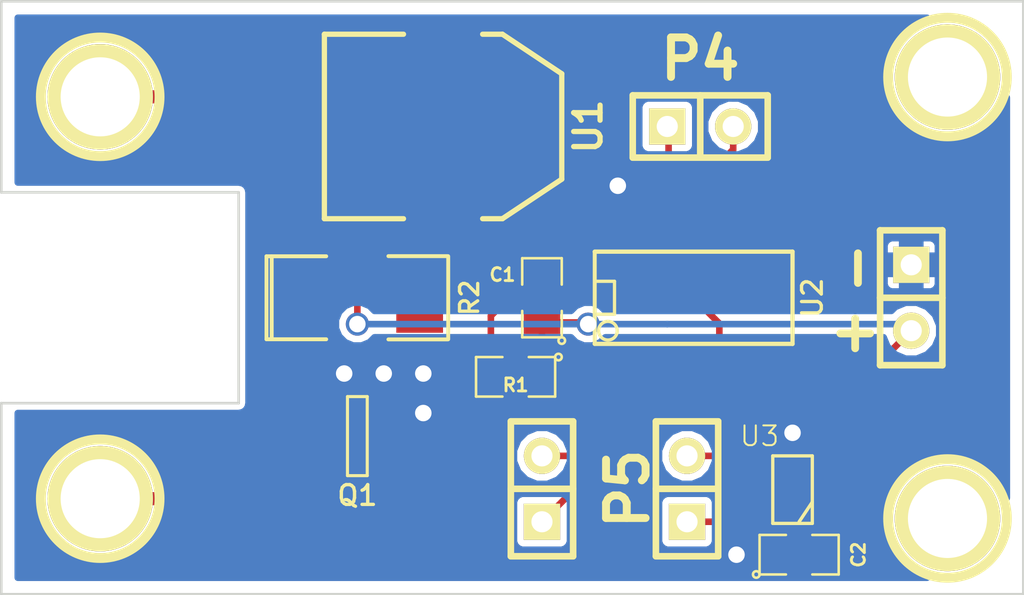
<source format=kicad_pcb>
(kicad_pcb (version 3) (host pcbnew "(2013-06-11 BZR 4021)-stable")

  (general
    (links 25)
    (no_connects 0)
    (area 151.587999 157.321956 191.058001 182.7784)
    (thickness 1.6)
    (drawings 10)
    (tracks 77)
    (zones 0)
    (modules 16)
    (nets 14)
  )

  (page A3)
  (layers
    (15 F.Cu signal)
    (0 B.Cu signal)
    (16 B.Adhes user)
    (17 F.Adhes user)
    (18 B.Paste user)
    (19 F.Paste user)
    (20 B.SilkS user)
    (21 F.SilkS user)
    (22 B.Mask user)
    (23 F.Mask user)
    (24 Dwgs.User user)
    (25 Cmts.User user)
    (26 Eco1.User user)
    (27 Eco2.User user)
    (28 Edge.Cuts user)
  )

  (setup
    (last_trace_width 0.254)
    (trace_clearance 0.254)
    (zone_clearance 0.2032)
    (zone_45_only no)
    (trace_min 0.254)
    (segment_width 0.2)
    (edge_width 0.1)
    (via_size 0.889)
    (via_drill 0.635)
    (via_min_size 0.889)
    (via_min_drill 0.508)
    (uvia_size 0.508)
    (uvia_drill 0.127)
    (uvias_allowed no)
    (uvia_min_size 0.508)
    (uvia_min_drill 0.127)
    (pcb_text_width 0.3)
    (pcb_text_size 1.5 1.5)
    (mod_edge_width 0.15)
    (mod_text_size 1 1)
    (mod_text_width 0.15)
    (pad_size 4.064 4.064)
    (pad_drill 3.048)
    (pad_to_mask_clearance 0)
    (aux_axis_origin 0 0)
    (visible_elements FFFFFFBF)
    (pcbplotparams
      (layerselection 283148289)
      (usegerberextensions true)
      (excludeedgelayer true)
      (linewidth 0.150000)
      (plotframeref false)
      (viasonmask false)
      (mode 1)
      (useauxorigin false)
      (hpglpennumber 1)
      (hpglpenspeed 20)
      (hpglpendiameter 15)
      (hpglpenoverlay 2)
      (psnegative false)
      (psa4output false)
      (plotreference true)
      (plotvalue true)
      (plotothertext true)
      (plotinvisibletext false)
      (padsonsilk false)
      (subtractmaskfromsilk false)
      (outputformat 1)
      (mirror false)
      (drillshape 0)
      (scaleselection 1)
      (outputdirectory Gerbers/))
  )

  (net 0 "")
  (net 1 +BATT)
  (net 2 /DATA_IN)
  (net 3 /MOS_TRIG)
  (net 4 /NI_-)
  (net 5 /NI_Out)
  (net 6 /Ni_+)
  (net 7 GND)
  (net 8 N-000001)
  (net 9 N-000002)
  (net 10 N-000003)
  (net 11 N-000005)
  (net 12 N-000006)
  (net 13 N-000007)

  (net_class Default "This is the default net class."
    (clearance 0.254)
    (trace_width 0.254)
    (via_dia 0.889)
    (via_drill 0.635)
    (uvia_dia 0.508)
    (uvia_drill 0.127)
    (add_net "")
    (add_net +BATT)
    (add_net /DATA_IN)
    (add_net /MOS_TRIG)
    (add_net GND)
    (add_net N-000001)
    (add_net N-000002)
    (add_net N-000003)
    (add_net N-000005)
    (add_net N-000006)
    (add_net N-000007)
  )

  (net_class NichromePower ""
    (clearance 0.254)
    (trace_width 0.508)
    (via_dia 0.889)
    (via_drill 0.635)
    (uvia_dia 0.508)
    (uvia_drill 0.127)
    (add_net /NI_-)
    (add_net /NI_Out)
    (add_net /Ni_+)
  )

  (module SSOP20 (layer F.Cu) (tedit 530476DC) (tstamp 53046B4C)
    (at 178.308 169.926)
    (descr "SSOP 20 pins")
    (tags "CMS SSOP SMD")
    (path /5301C291)
    (attr smd)
    (fp_text reference U2 (at 4.572 0 90) (layer F.SilkS)
      (effects (font (size 0.762 0.762) (thickness 0.127)))
    )
    (fp_text value MSP430G2553-20 (at 0 0.635) (layer F.SilkS) hide
      (effects (font (size 0.762 0.762) (thickness 0.127)))
    )
    (fp_line (start 3.81 -1.778) (end -3.81 -1.778) (layer F.SilkS) (width 0.1651))
    (fp_line (start -3.81 1.778) (end 3.81 1.778) (layer F.SilkS) (width 0.1651))
    (fp_line (start 3.81 -1.778) (end 3.81 1.778) (layer F.SilkS) (width 0.1651))
    (fp_line (start -3.81 1.778) (end -3.81 -1.778) (layer F.SilkS) (width 0.1524))
    (fp_circle (center -3.302 1.27) (end -3.556 1.016) (layer F.SilkS) (width 0.127))
    (fp_line (start -3.81 -0.635) (end -3.048 -0.635) (layer F.SilkS) (width 0.127))
    (fp_line (start -3.048 -0.635) (end -3.048 0.635) (layer F.SilkS) (width 0.127))
    (fp_line (start -3.048 0.635) (end -3.81 0.635) (layer F.SilkS) (width 0.127))
    (pad 1 smd rect (at -2.921 2.667) (size 0.4064 1.27)
      (layers F.Cu F.Paste F.Mask)
      (net 1 +BATT)
    )
    (pad 2 smd rect (at -2.286 2.667) (size 0.4064 1.27)
      (layers F.Cu F.Paste F.Mask)
    )
    (pad 3 smd rect (at -1.6256 2.667) (size 0.4064 1.27)
      (layers F.Cu F.Paste F.Mask)
      (net 11 N-000005)
    )
    (pad 4 smd rect (at -0.9652 2.667) (size 0.4064 1.27)
      (layers F.Cu F.Paste F.Mask)
      (net 12 N-000006)
    )
    (pad 5 smd rect (at -0.3302 2.667) (size 0.4064 1.27)
      (layers F.Cu F.Paste F.Mask)
    )
    (pad 6 smd rect (at 0.3302 2.667) (size 0.4064 1.27)
      (layers F.Cu F.Paste F.Mask)
    )
    (pad 7 smd rect (at 0.9906 2.667) (size 0.4064 1.27)
      (layers F.Cu F.Paste F.Mask)
      (net 3 /MOS_TRIG)
    )
    (pad 8 smd rect (at 1.6256 2.667) (size 0.4064 1.27)
      (layers F.Cu F.Paste F.Mask)
    )
    (pad 9 smd rect (at 2.286 2.667) (size 0.4064 1.27)
      (layers F.Cu F.Paste F.Mask)
    )
    (pad 10 smd rect (at 2.921 2.667) (size 0.4064 1.27)
      (layers F.Cu F.Paste F.Mask)
      (net 2 /DATA_IN)
    )
    (pad 11 smd rect (at 2.921 -2.667) (size 0.4064 1.27)
      (layers F.Cu F.Paste F.Mask)
    )
    (pad 12 smd rect (at 2.286 -2.667) (size 0.4064 1.27)
      (layers F.Cu F.Paste F.Mask)
    )
    (pad 13 smd rect (at 1.6256 -2.667) (size 0.4064 1.27)
      (layers F.Cu F.Paste F.Mask)
    )
    (pad 14 smd rect (at 0.9906 -2.667) (size 0.4064 1.27)
      (layers F.Cu F.Paste F.Mask)
    )
    (pad 15 smd rect (at 0.3302 -2.667) (size 0.4064 1.27)
      (layers F.Cu F.Paste F.Mask)
    )
    (pad 16 smd rect (at -0.3302 -2.667) (size 0.4064 1.27)
      (layers F.Cu F.Paste F.Mask)
      (net 8 N-000001)
    )
    (pad 17 smd rect (at -0.9652 -2.667) (size 0.4064 1.27)
      (layers F.Cu F.Paste F.Mask)
      (net 13 N-000007)
    )
    (pad 18 smd rect (at -1.6256 -2.667) (size 0.4064 1.27)
      (layers F.Cu F.Paste F.Mask)
    )
    (pad 19 smd rect (at -2.286 -2.667) (size 0.4064 1.27)
      (layers F.Cu F.Paste F.Mask)
    )
    (pad 20 smd rect (at -2.921 -2.667) (size 0.4064 1.27)
      (layers F.Cu F.Paste F.Mask)
      (net 7 GND)
    )
    (model smd/cms_so20.wrl
      (at (xyz 0 0 0))
      (scale (xyz 0.255 0.33 0.3))
      (rotate (xyz 0 0 0))
    )
  )

  (module SOT23GDS (layer F.Cu) (tedit 530476EE) (tstamp 53046B57)
    (at 165.354 175.26 270)
    (descr "Module CMS SOT23 Transistore EBC")
    (tags "CMS SOT")
    (path /5301C3D8)
    (attr smd)
    (fp_text reference Q1 (at 2.286 0 360) (layer F.SilkS)
      (effects (font (size 0.762 0.762) (thickness 0.12954)))
    )
    (fp_text value MOSFET_N (at 0 0 270) (layer F.SilkS) hide
      (effects (font (size 0.762 0.762) (thickness 0.12954)))
    )
    (fp_line (start -1.524 -0.381) (end 1.524 -0.381) (layer F.SilkS) (width 0.11938))
    (fp_line (start 1.524 -0.381) (end 1.524 0.381) (layer F.SilkS) (width 0.11938))
    (fp_line (start 1.524 0.381) (end -1.524 0.381) (layer F.SilkS) (width 0.11938))
    (fp_line (start -1.524 0.381) (end -1.524 -0.381) (layer F.SilkS) (width 0.11938))
    (pad S smd rect (at -0.889 -1.016 270) (size 0.9144 0.9144)
      (layers F.Cu F.Paste F.Mask)
      (net 7 GND)
    )
    (pad G smd rect (at 0.889 -1.016 270) (size 0.9144 0.9144)
      (layers F.Cu F.Paste F.Mask)
      (net 3 /MOS_TRIG)
    )
    (pad D smd rect (at 0 1.016 270) (size 0.9144 0.9144)
      (layers F.Cu F.Paste F.Mask)
      (net 4 /NI_-)
    )
    (model smd/cms_sot23.wrl
      (at (xyz 0 0 0))
      (scale (xyz 0.13 0.15 0.15))
      (rotate (xyz 0 0 0))
    )
  )

  (module SOT23_6 (layer F.Cu) (tedit 530478A2) (tstamp 5304737A)
    (at 182.118 177.292 90)
    (path /53045820)
    (fp_text reference U3 (at 2.032 -1.27 180) (layer F.SilkS)
      (effects (font (size 0.762 0.762) (thickness 0.0762)))
    )
    (fp_text value DIFF_RX (at 0.0635 0 90) (layer F.SilkS) hide
      (effects (font (size 0.50038 0.50038) (thickness 0.0762)))
    )
    (fp_line (start -0.508 0.762) (end -1.27 0.254) (layer F.SilkS) (width 0.127))
    (fp_line (start 1.27 0.762) (end -1.3335 0.762) (layer F.SilkS) (width 0.127))
    (fp_line (start -1.3335 0.762) (end -1.3335 -0.762) (layer F.SilkS) (width 0.127))
    (fp_line (start -1.3335 -0.762) (end 1.27 -0.762) (layer F.SilkS) (width 0.127))
    (fp_line (start 1.27 -0.762) (end 1.27 0.762) (layer F.SilkS) (width 0.127))
    (pad 6 smd rect (at -0.9525 -1.27 90) (size 0.70104 1.00076)
      (layers F.Cu F.Paste F.Mask)
      (net 9 N-000002)
    )
    (pad 5 smd rect (at 0 -1.27 90) (size 0.70104 1.00076)
      (layers F.Cu F.Paste F.Mask)
      (net 1 +BATT)
    )
    (pad 4 smd rect (at 0.9525 -1.27 90) (size 0.70104 1.00076)
      (layers F.Cu F.Paste F.Mask)
      (net 10 N-000003)
    )
    (pad 3 smd rect (at 0.9525 1.27 90) (size 0.70104 1.00076)
      (layers F.Cu F.Paste F.Mask)
      (net 2 /DATA_IN)
    )
    (pad 2 smd rect (at 0 1.27 90) (size 0.70104 1.00076)
      (layers F.Cu F.Paste F.Mask)
      (net 7 GND)
    )
    (pad 1 smd rect (at -0.9525 1.27 90) (size 0.70104 1.00076)
      (layers F.Cu F.Paste F.Mask)
      (net 1 +BATT)
    )
    (model smd/SOT23_6.wrl
      (at (xyz 0 0 0))
      (scale (xyz 0.11 0.11 0.11))
      (rotate (xyz 0 0 0))
    )
  )

  (module SOT223 (layer F.Cu) (tedit 53047441) (tstamp 53046B76)
    (at 168.656 163.322 270)
    (descr "module CMS SOT223 4 pins")
    (tags "CMS SOT")
    (path /5301C3A5)
    (attr smd)
    (fp_text reference U1 (at 0 -5.588 270) (layer F.SilkS)
      (effects (font (size 1.016 1.016) (thickness 0.2032)))
    )
    (fp_text value LM317-4PIN (at 0 0.762 270) (layer F.SilkS) hide
      (effects (font (size 1.016 1.016) (thickness 0.2032)))
    )
    (fp_line (start -3.556 1.524) (end -3.556 4.572) (layer F.SilkS) (width 0.2032))
    (fp_line (start -3.556 4.572) (end 3.556 4.572) (layer F.SilkS) (width 0.2032))
    (fp_line (start 3.556 4.572) (end 3.556 1.524) (layer F.SilkS) (width 0.2032))
    (fp_line (start -3.556 -1.524) (end -3.556 -2.286) (layer F.SilkS) (width 0.2032))
    (fp_line (start -3.556 -2.286) (end -2.032 -4.572) (layer F.SilkS) (width 0.2032))
    (fp_line (start -2.032 -4.572) (end 2.032 -4.572) (layer F.SilkS) (width 0.2032))
    (fp_line (start 2.032 -4.572) (end 3.556 -2.286) (layer F.SilkS) (width 0.2032))
    (fp_line (start 3.556 -2.286) (end 3.556 -1.524) (layer F.SilkS) (width 0.2032))
    (pad 4 smd rect (at 0 -3.302 270) (size 3.6576 2.032)
      (layers F.Cu F.Paste F.Mask)
    )
    (pad 2 smd rect (at 0 3.302 270) (size 1.016 2.032)
      (layers F.Cu F.Paste F.Mask)
      (net 5 /NI_Out)
    )
    (pad 3 smd rect (at 2.286 3.302 270) (size 1.016 2.032)
      (layers F.Cu F.Paste F.Mask)
      (net 1 +BATT)
    )
    (pad 1 smd rect (at -2.286 3.302 270) (size 1.016 2.032)
      (layers F.Cu F.Paste F.Mask)
      (net 6 /Ni_+)
    )
    (model smd/SOT223.wrl
      (at (xyz 0 0 0))
      (scale (xyz 0.4 0.4 0.4))
      (rotate (xyz 0 0 0))
    )
  )

  (module SM2010 (layer F.Cu) (tedit 53047430) (tstamp 53046B83)
    (at 165.354 169.926)
    (tags "CMS SM")
    (path /5301C3C9)
    (attr smd)
    (fp_text reference R2 (at 4.318 0 90) (layer F.SilkS)
      (effects (font (size 0.70104 0.70104) (thickness 0.127)))
    )
    (fp_text value 2.7 (at 0 0.8) (layer F.SilkS) hide
      (effects (font (size 0.70104 0.70104) (thickness 0.127)))
    )
    (fp_line (start -3.3 -1.6) (end -3.3 1.6) (layer F.SilkS) (width 0.15))
    (fp_line (start 3.50012 -1.6002) (end 3.50012 1.6002) (layer F.SilkS) (width 0.15))
    (fp_line (start -3.5 -1.6) (end -3.5 1.6) (layer F.SilkS) (width 0.15))
    (fp_line (start 1.19634 1.60528) (end 3.48234 1.60528) (layer F.SilkS) (width 0.15))
    (fp_line (start 3.48234 -1.60528) (end 1.19634 -1.60528) (layer F.SilkS) (width 0.15))
    (fp_line (start -1.2 -1.6) (end -3.5 -1.6) (layer F.SilkS) (width 0.15))
    (fp_line (start -3.5 1.6) (end -1.2 1.6) (layer F.SilkS) (width 0.15))
    (pad 1 smd rect (at -2.4003 0) (size 1.80086 2.70002)
      (layers F.Cu F.Paste F.Mask)
      (net 5 /NI_Out)
    )
    (pad 2 smd rect (at 2.4003 0) (size 1.80086 2.70002)
      (layers F.Cu F.Paste F.Mask)
      (net 6 /Ni_+)
    )
    (model smd\chip_smd_pol_wide.wrl
      (at (xyz 0 0 0))
      (scale (xyz 0.35 0.35 0.35))
      (rotate (xyz 0 0 0))
    )
  )

  (module SM0805 (layer F.Cu) (tedit 53047411) (tstamp 53046B90)
    (at 171.45 172.974 180)
    (path /5301C4F9)
    (attr smd)
    (fp_text reference R1 (at 0 -0.3175 180) (layer F.SilkS)
      (effects (font (size 0.50038 0.50038) (thickness 0.10922)))
    )
    (fp_text value 10k (at 0 0.381 180) (layer F.SilkS) hide
      (effects (font (size 0.50038 0.50038) (thickness 0.10922)))
    )
    (fp_circle (center -1.651 0.762) (end -1.651 0.635) (layer F.SilkS) (width 0.09906))
    (fp_line (start -0.508 0.762) (end -1.524 0.762) (layer F.SilkS) (width 0.09906))
    (fp_line (start -1.524 0.762) (end -1.524 -0.762) (layer F.SilkS) (width 0.09906))
    (fp_line (start -1.524 -0.762) (end -0.508 -0.762) (layer F.SilkS) (width 0.09906))
    (fp_line (start 0.508 -0.762) (end 1.524 -0.762) (layer F.SilkS) (width 0.09906))
    (fp_line (start 1.524 -0.762) (end 1.524 0.762) (layer F.SilkS) (width 0.09906))
    (fp_line (start 1.524 0.762) (end 0.508 0.762) (layer F.SilkS) (width 0.09906))
    (pad 1 smd rect (at -0.9525 0 180) (size 0.889 1.397)
      (layers F.Cu F.Paste F.Mask)
      (net 1 +BATT)
    )
    (pad 2 smd rect (at 0.9525 0 180) (size 0.889 1.397)
      (layers F.Cu F.Paste F.Mask)
      (net 3 /MOS_TRIG)
    )
    (model smd/chip_cms.wrl
      (at (xyz 0 0 0))
      (scale (xyz 0.1 0.1 0.1))
      (rotate (xyz 0 0 0))
    )
  )

  (module SM0805 (layer F.Cu) (tedit 530476E7) (tstamp 53046B9D)
    (at 172.466 169.926 90)
    (path /5301CB0B)
    (attr smd)
    (fp_text reference C1 (at 0.889 -1.524 180) (layer F.SilkS)
      (effects (font (size 0.50038 0.50038) (thickness 0.10922)))
    )
    (fp_text value 1uF (at 0 0.381 90) (layer F.SilkS) hide
      (effects (font (size 0.50038 0.50038) (thickness 0.10922)))
    )
    (fp_circle (center -1.651 0.762) (end -1.651 0.635) (layer F.SilkS) (width 0.09906))
    (fp_line (start -0.508 0.762) (end -1.524 0.762) (layer F.SilkS) (width 0.09906))
    (fp_line (start -1.524 0.762) (end -1.524 -0.762) (layer F.SilkS) (width 0.09906))
    (fp_line (start -1.524 -0.762) (end -0.508 -0.762) (layer F.SilkS) (width 0.09906))
    (fp_line (start 0.508 -0.762) (end 1.524 -0.762) (layer F.SilkS) (width 0.09906))
    (fp_line (start 1.524 -0.762) (end 1.524 0.762) (layer F.SilkS) (width 0.09906))
    (fp_line (start 1.524 0.762) (end 0.508 0.762) (layer F.SilkS) (width 0.09906))
    (pad 1 smd rect (at -0.9525 0 90) (size 0.889 1.397)
      (layers F.Cu F.Paste F.Mask)
      (net 1 +BATT)
    )
    (pad 2 smd rect (at 0.9525 0 90) (size 0.889 1.397)
      (layers F.Cu F.Paste F.Mask)
      (net 7 GND)
    )
    (model smd/chip_cms.wrl
      (at (xyz 0 0 0))
      (scale (xyz 0.1 0.1 0.1))
      (rotate (xyz 0 0 0))
    )
  )

  (module SM0805 (layer F.Cu) (tedit 53047424) (tstamp 53046BAA)
    (at 182.372 179.832)
    (path /53045947)
    (attr smd)
    (fp_text reference C2 (at 2.286 0 90) (layer F.SilkS)
      (effects (font (size 0.50038 0.50038) (thickness 0.10922)))
    )
    (fp_text value 0.1uF (at 0 0.381) (layer F.SilkS) hide
      (effects (font (size 0.50038 0.50038) (thickness 0.10922)))
    )
    (fp_circle (center -1.651 0.762) (end -1.651 0.635) (layer F.SilkS) (width 0.09906))
    (fp_line (start -0.508 0.762) (end -1.524 0.762) (layer F.SilkS) (width 0.09906))
    (fp_line (start -1.524 0.762) (end -1.524 -0.762) (layer F.SilkS) (width 0.09906))
    (fp_line (start -1.524 -0.762) (end -0.508 -0.762) (layer F.SilkS) (width 0.09906))
    (fp_line (start 0.508 -0.762) (end 1.524 -0.762) (layer F.SilkS) (width 0.09906))
    (fp_line (start 1.524 -0.762) (end 1.524 0.762) (layer F.SilkS) (width 0.09906))
    (fp_line (start 1.524 0.762) (end 0.508 0.762) (layer F.SilkS) (width 0.09906))
    (pad 1 smd rect (at -0.9525 0) (size 0.889 1.397)
      (layers F.Cu F.Paste F.Mask)
      (net 7 GND)
    )
    (pad 2 smd rect (at 0.9525 0) (size 0.889 1.397)
      (layers F.Cu F.Paste F.Mask)
      (net 1 +BATT)
    )
    (model smd/chip_cms.wrl
      (at (xyz 0 0 0))
      (scale (xyz 0.1 0.1 0.1))
      (rotate (xyz 0 0 0))
    )
  )

  (module CONN_1x2 (layer F.Cu) (tedit 530476D2) (tstamp 53046BC0)
    (at 186.69 169.926 90)
    (path /5301C432)
    (fp_text reference P2 (at 0 2.6 90) (layer F.SilkS) hide
      (effects (font (size 1.524 1.524) (thickness 0.3048)))
    )
    (fp_text value CONN_2 (at 0 -2.2 90) (layer F.SilkS) hide
      (effects (font (size 1.524 1.524) (thickness 0.3048)))
    )
    (fp_line (start 0 1.2) (end 0 -1.2) (layer F.SilkS) (width 0.254))
    (fp_line (start -2.6 -1.2) (end 2.6 -1.2) (layer F.SilkS) (width 0.254))
    (fp_line (start 2.6 -1.2) (end 2.6 1.2) (layer F.SilkS) (width 0.254))
    (fp_line (start 2.6 1.2) (end -2.6 1.2) (layer F.SilkS) (width 0.254))
    (fp_line (start -2.6 1.2) (end -2.6 -1.2) (layer F.SilkS) (width 0.254))
    (pad 1 thru_hole rect (at 1.27 0 90) (size 1.397 1.397) (drill 0.8128)
      (layers *.Cu *.Mask F.SilkS)
      (net 7 GND)
    )
    (pad 2 thru_hole circle (at -1.27 0 90) (size 1.397 1.397) (drill 0.8128)
      (layers *.Cu *.Mask F.SilkS)
      (net 1 +BATT)
    )
  )

  (module CONN_1x2 (layer F.Cu) (tedit 53047291) (tstamp 53046BCB)
    (at 172.466 177.292 270)
    (path /5301C612)
    (fp_text reference P1 (at 0 2.6 270) (layer F.SilkS) hide
      (effects (font (size 1.524 1.524) (thickness 0.3048)))
    )
    (fp_text value CONN_2 (at 0 -2.2 270) (layer F.SilkS) hide
      (effects (font (size 1.524 1.524) (thickness 0.3048)))
    )
    (fp_line (start 0 1.2) (end 0 -1.2) (layer F.SilkS) (width 0.254))
    (fp_line (start -2.6 -1.2) (end 2.6 -1.2) (layer F.SilkS) (width 0.254))
    (fp_line (start 2.6 -1.2) (end 2.6 1.2) (layer F.SilkS) (width 0.254))
    (fp_line (start 2.6 1.2) (end -2.6 1.2) (layer F.SilkS) (width 0.254))
    (fp_line (start -2.6 1.2) (end -2.6 -1.2) (layer F.SilkS) (width 0.254))
    (pad 1 thru_hole rect (at 1.27 0 270) (size 1.397 1.397) (drill 0.8128)
      (layers *.Cu *.Mask F.SilkS)
      (net 12 N-000006)
    )
    (pad 2 thru_hole circle (at -1.27 0 270) (size 1.397 1.397) (drill 0.8128)
      (layers *.Cu *.Mask F.SilkS)
      (net 11 N-000005)
    )
  )

  (module CONN_1x2 (layer F.Cu) (tedit 5214D26E) (tstamp 53046BD6)
    (at 178.562 163.322 180)
    (path /5301C68B)
    (fp_text reference P4 (at 0 2.6 180) (layer F.SilkS)
      (effects (font (size 1.524 1.524) (thickness 0.3048)))
    )
    (fp_text value CONN_2 (at 0 -2.2 180) (layer F.SilkS) hide
      (effects (font (size 1.524 1.524) (thickness 0.3048)))
    )
    (fp_line (start 0 1.2) (end 0 -1.2) (layer F.SilkS) (width 0.254))
    (fp_line (start -2.6 -1.2) (end 2.6 -1.2) (layer F.SilkS) (width 0.254))
    (fp_line (start 2.6 -1.2) (end 2.6 1.2) (layer F.SilkS) (width 0.254))
    (fp_line (start 2.6 1.2) (end -2.6 1.2) (layer F.SilkS) (width 0.254))
    (fp_line (start -2.6 1.2) (end -2.6 -1.2) (layer F.SilkS) (width 0.254))
    (pad 1 thru_hole rect (at 1.27 0 180) (size 1.397 1.397) (drill 0.8128)
      (layers *.Cu *.Mask F.SilkS)
      (net 13 N-000007)
    )
    (pad 2 thru_hole circle (at -1.27 0 180) (size 1.397 1.397) (drill 0.8128)
      (layers *.Cu *.Mask F.SilkS)
      (net 8 N-000001)
    )
  )

  (module CONN_1x2 (layer F.Cu) (tedit 530477FB) (tstamp 53046BE1)
    (at 178.054 177.292 270)
    (path /5301C750)
    (fp_text reference P5 (at 0 2.286 270) (layer F.SilkS)
      (effects (font (size 1.524 1.524) (thickness 0.3048)))
    )
    (fp_text value CONN_2 (at 0 -2.2 270) (layer F.SilkS) hide
      (effects (font (size 1.524 1.524) (thickness 0.3048)))
    )
    (fp_line (start 0 1.2) (end 0 -1.2) (layer F.SilkS) (width 0.254))
    (fp_line (start -2.6 -1.2) (end 2.6 -1.2) (layer F.SilkS) (width 0.254))
    (fp_line (start 2.6 -1.2) (end 2.6 1.2) (layer F.SilkS) (width 0.254))
    (fp_line (start 2.6 1.2) (end -2.6 1.2) (layer F.SilkS) (width 0.254))
    (fp_line (start -2.6 1.2) (end -2.6 -1.2) (layer F.SilkS) (width 0.254))
    (pad 1 thru_hole rect (at 1.27 0 270) (size 1.397 1.397) (drill 0.8128)
      (layers *.Cu *.Mask F.SilkS)
      (net 9 N-000002)
    )
    (pad 2 thru_hole circle (at -1.27 0 270) (size 1.397 1.397) (drill 0.8128)
      (layers *.Cu *.Mask F.SilkS)
      (net 10 N-000003)
    )
  )

  (module 1pin (layer F.Cu) (tedit 5304770F) (tstamp 53046CA8)
    (at 155.448 177.673)
    (descr "module 1 pin (ou trou mecanique de percage)")
    (tags DEV)
    (path /53046BE8)
    (fp_text reference P6 (at 0 -3.048) (layer F.SilkS) hide
      (effects (font (size 1.016 1.016) (thickness 0.254)))
    )
    (fp_text value CONN_1 (at 0 2.794) (layer F.SilkS) hide
      (effects (font (size 1.016 1.016) (thickness 0.254)))
    )
    (fp_circle (center 0 0) (end 0 -2.286) (layer F.SilkS) (width 0.381))
    (pad 1 thru_hole circle (at 0 0) (size 4.064 4.064) (drill 3.048)
      (layers *.Cu *.Mask F.SilkS)
      (net 4 /NI_-)
    )
  )

  (module 1pin (layer F.Cu) (tedit 530472A2) (tstamp 53046BB5)
    (at 155.448 162.179)
    (descr "module 1 pin (ou trou mecanique de percage)")
    (tags DEV)
    (path /53046BD9)
    (fp_text reference P3 (at 0 -3.048) (layer F.SilkS) hide
      (effects (font (size 1.016 1.016) (thickness 0.254)))
    )
    (fp_text value CONN_1 (at 0 2.794) (layer F.SilkS) hide
      (effects (font (size 1.016 1.016) (thickness 0.254)))
    )
    (fp_circle (center 0 0) (end 0 -2.286) (layer F.SilkS) (width 0.381))
    (pad 1 thru_hole circle (at 0 0) (size 4.064 4.064) (drill 3.048)
      (layers *.Cu *.Mask F.SilkS)
      (net 6 /Ni_+)
    )
  )

  (module 1pin (layer F.Cu) (tedit 530477A3) (tstamp 53049323)
    (at 188.087 161.417)
    (descr "module 1 pin (ou trou mecanique de percage)")
    (tags DEV)
    (path 1pin)
    (fp_text reference 1PIN (at 0 -3.048) (layer F.SilkS) hide
      (effects (font (size 1.016 1.016) (thickness 0.254)))
    )
    (fp_text value P*** (at 0 2.794) (layer F.SilkS) hide
      (effects (font (size 1.016 1.016) (thickness 0.254)))
    )
    (fp_circle (center 0 0) (end 0 -2.286) (layer F.SilkS) (width 0.381))
    (pad 1 thru_hole circle (at 0 0) (size 4.064 4.064) (drill 3.048)
      (layers *.Cu *.Mask F.SilkS)
    )
  )

  (module 1pin (layer F.Cu) (tedit 530478AB) (tstamp 5304933B)
    (at 188.087 178.435)
    (descr "module 1 pin (ou trou mecanique de percage)")
    (tags DEV)
    (path 1pin)
    (fp_text reference 1PIN (at 0 -3.048) (layer F.SilkS) hide
      (effects (font (size 1.016 1.016) (thickness 0.254)))
    )
    (fp_text value P*** (at 0 2.794) (layer F.SilkS) hide
      (effects (font (size 1.016 1.016) (thickness 0.254)))
    )
    (fp_circle (center 0 0) (end 0 -2.286) (layer F.SilkS) (width 0.381))
    (pad 1 thru_hole circle (at 0 0) (size 4.064 4.064) (drill 3.048)
      (layers *.Cu *.Mask F.SilkS)
    )
  )

  (gr_text - (at 184.531 168.783 90) (layer F.SilkS)
    (effects (font (size 1.5 1.5) (thickness 0.3)))
  )
  (gr_text + (at 184.531 171.196) (layer F.SilkS)
    (effects (font (size 1.5 1.5) (thickness 0.3)))
  )
  (gr_line (start 151.638 181.356) (end 191.008 181.356) (angle 90) (layer Edge.Cuts) (width 0.1))
  (gr_line (start 160.782 173.99) (end 151.638 173.99) (angle 90) (layer Edge.Cuts) (width 0.1))
  (gr_line (start 151.638 173.99) (end 151.638 181.356) (angle 90) (layer Edge.Cuts) (width 0.1))
  (gr_line (start 191.008 158.496) (end 151.638 158.496) (angle 90) (layer Edge.Cuts) (width 0.1))
  (gr_line (start 191.008 158.496) (end 191.008 181.356) (angle 90) (layer Edge.Cuts) (width 0.1))
  (gr_line (start 151.638 165.862) (end 151.638 158.496) (angle 90) (layer Edge.Cuts) (width 0.1))
  (gr_line (start 160.782 165.862) (end 151.638 165.862) (angle 90) (layer Edge.Cuts) (width 0.1))
  (gr_line (start 160.782 165.862) (end 160.782 173.99) (angle 90) (layer Edge.Cuts) (width 0.1))

  (segment (start 180.848 177.292) (end 181.483 177.292) (width 0.254) (layer F.Cu) (net 1) (status 400000))
  (segment (start 182.4355 178.2445) (end 183.388 178.2445) (width 0.254) (layer F.Cu) (net 1) (tstamp 530493C6) (status 800000))
  (segment (start 181.483 177.292) (end 182.4355 178.2445) (width 0.254) (layer F.Cu) (net 1) (tstamp 530493C5))
  (segment (start 183.3245 179.832) (end 183.3245 178.308) (width 0.254) (layer F.Cu) (net 1) (status C00000))
  (segment (start 183.3245 178.308) (end 183.388 178.2445) (width 0.254) (layer F.Cu) (net 1) (tstamp 530493BD) (status C00000))
  (segment (start 183.388 178.2445) (end 184.2135 178.2445) (width 0.254) (layer F.Cu) (net 1))
  (segment (start 184.658 173.228) (end 186.69 171.196) (width 0.254) (layer F.Cu) (net 1) (tstamp 530493A7))
  (segment (start 184.658 177.8) (end 184.658 173.228) (width 0.254) (layer F.Cu) (net 1) (tstamp 530493A6))
  (segment (start 184.2135 178.2445) (end 184.658 177.8) (width 0.254) (layer F.Cu) (net 1) (tstamp 530493A5))
  (segment (start 172.466 170.8785) (end 174.1805 170.8785) (width 0.254) (layer F.Cu) (net 1))
  (via (at 174.244 170.942) (size 0.889) (layers F.Cu B.Cu) (net 1))
  (segment (start 174.1805 170.8785) (end 174.244 170.942) (width 0.254) (layer F.Cu) (net 1) (tstamp 5304762D))
  (segment (start 174.244 170.942) (end 177.292 170.942) (width 0.254) (layer B.Cu) (net 1) (tstamp 53047636))
  (segment (start 177.292 170.942) (end 186.69 170.942) (width 0.254) (layer B.Cu) (net 1) (tstamp 53047606))
  (segment (start 165.354 165.608) (end 165.354 170.942) (width 0.254) (layer F.Cu) (net 1))
  (via (at 165.354 170.942) (size 0.889) (layers F.Cu B.Cu) (net 1))
  (segment (start 165.354 170.942) (end 174.244 170.942) (width 0.254) (layer B.Cu) (net 1) (tstamp 53047605))
  (segment (start 175.387 172.593) (end 172.7835 172.593) (width 0.254) (layer F.Cu) (net 1))
  (segment (start 172.7835 172.593) (end 172.4025 172.974) (width 0.254) (layer F.Cu) (net 1) (tstamp 530473D7))
  (segment (start 172.466 170.8785) (end 172.466 172.9105) (width 0.254) (layer F.Cu) (net 1))
  (segment (start 172.466 172.9105) (end 172.4025 172.974) (width 0.254) (layer F.Cu) (net 1) (tstamp 530473D4))
  (segment (start 181.229 172.593) (end 182.118 172.593) (width 0.254) (layer F.Cu) (net 2))
  (segment (start 183.388 173.863) (end 183.388 176.3395) (width 0.254) (layer F.Cu) (net 2) (tstamp 530493A0))
  (segment (start 182.118 172.593) (end 183.388 173.863) (width 0.254) (layer F.Cu) (net 2) (tstamp 5304939F))
  (segment (start 170.4975 172.974) (end 170.4975 170.6245) (width 0.254) (layer F.Cu) (net 3))
  (segment (start 179.2986 170.9166) (end 179.2986 172.593) (width 0.254) (layer F.Cu) (net 3) (tstamp 530473E5))
  (segment (start 178.308 169.926) (end 179.2986 170.9166) (width 0.254) (layer F.Cu) (net 3) (tstamp 530473E3))
  (segment (start 171.196 169.926) (end 178.308 169.926) (width 0.254) (layer F.Cu) (net 3) (tstamp 530473E2))
  (segment (start 170.4975 170.6245) (end 171.196 169.926) (width 0.254) (layer F.Cu) (net 3) (tstamp 530473E1))
  (segment (start 166.37 176.149) (end 168.783 176.149) (width 0.254) (layer F.Cu) (net 3))
  (segment (start 170.4975 174.4345) (end 170.4975 172.974) (width 0.254) (layer F.Cu) (net 3) (tstamp 530473DD))
  (segment (start 168.783 176.149) (end 170.4975 174.4345) (width 0.254) (layer F.Cu) (net 3) (tstamp 530473DB))
  (segment (start 164.338 175.26) (end 163.322 175.26) (width 0.508) (layer F.Cu) (net 4))
  (segment (start 160.909 177.673) (end 155.448 177.673) (width 0.508) (layer F.Cu) (net 4) (tstamp 53047522))
  (segment (start 163.322 175.26) (end 160.909 177.673) (width 0.508) (layer F.Cu) (net 4) (tstamp 53047520))
  (segment (start 165.354 163.322) (end 164.084 163.322) (width 0.508) (layer F.Cu) (net 5))
  (segment (start 162.9537 164.4523) (end 162.9537 169.926) (width 0.508) (layer F.Cu) (net 5) (tstamp 53046DD1))
  (segment (start 164.084 163.322) (end 162.9537 164.4523) (width 0.508) (layer F.Cu) (net 5) (tstamp 53046DCE))
  (segment (start 165.354 161.036) (end 161.798 161.036) (width 0.508) (layer F.Cu) (net 6))
  (segment (start 160.655 162.179) (end 155.448 162.179) (width 0.508) (layer F.Cu) (net 6) (tstamp 53047528))
  (segment (start 161.798 161.036) (end 160.655 162.179) (width 0.508) (layer F.Cu) (net 6) (tstamp 53047527))
  (segment (start 165.354 161.036) (end 166.624 161.036) (width 0.508) (layer F.Cu) (net 6))
  (segment (start 167.7543 162.1663) (end 167.7543 169.926) (width 0.508) (layer F.Cu) (net 6) (tstamp 53046DD9))
  (segment (start 166.624 161.036) (end 167.7543 162.1663) (width 0.508) (layer F.Cu) (net 6) (tstamp 53046DD6))
  (segment (start 183.388 177.292) (end 182.626 177.292) (width 0.254) (layer F.Cu) (net 7) (status 400000))
  (via (at 182.118 175.133) (size 0.889) (layers F.Cu B.Cu) (net 7))
  (segment (start 182.118 176.784) (end 182.118 175.133) (width 0.254) (layer F.Cu) (net 7) (tstamp 530493CD))
  (segment (start 182.626 177.292) (end 182.118 176.784) (width 0.254) (layer F.Cu) (net 7) (tstamp 530493C9))
  (via (at 179.959 179.832) (size 0.889) (layers F.Cu B.Cu) (net 7))
  (segment (start 181.4195 179.832) (end 179.959 179.832) (width 0.254) (layer F.Cu) (net 7) (status 400000))
  (via (at 175.387 165.608) (size 0.889) (layers F.Cu B.Cu) (net 7))
  (segment (start 175.387 167.259) (end 175.387 165.608) (width 0.254) (layer F.Cu) (net 7))
  (segment (start 166.37 172.847) (end 164.846 172.847) (width 0.254) (layer B.Cu) (net 7))
  (via (at 164.846 172.847) (size 0.889) (layers F.Cu B.Cu) (net 7))
  (segment (start 166.37 174.371) (end 166.37 172.847) (width 0.254) (layer F.Cu) (net 7))
  (via (at 167.894 174.371) (size 0.889) (layers F.Cu B.Cu) (net 7))
  (segment (start 167.894 172.847) (end 167.894 174.371) (width 0.254) (layer F.Cu) (net 7) (tstamp 53047572))
  (via (at 167.894 172.847) (size 0.889) (layers F.Cu B.Cu) (net 7))
  (segment (start 166.37 172.847) (end 167.894 172.847) (width 0.254) (layer B.Cu) (net 7) (tstamp 5304756F))
  (via (at 166.37 172.847) (size 0.889) (layers F.Cu B.Cu) (net 7))
  (segment (start 175.387 167.259) (end 173.101 167.259) (width 0.254) (layer F.Cu) (net 7))
  (segment (start 172.466 167.894) (end 172.466 168.9735) (width 0.254) (layer F.Cu) (net 7) (tstamp 53046EA6))
  (segment (start 173.101 167.259) (end 172.466 167.894) (width 0.254) (layer F.Cu) (net 7) (tstamp 53046EA5))
  (segment (start 177.9778 167.259) (end 177.9778 166.0652) (width 0.254) (layer F.Cu) (net 8))
  (segment (start 179.832 164.211) (end 179.832 163.322) (width 0.254) (layer F.Cu) (net 8) (tstamp 53047646))
  (segment (start 177.9778 166.0652) (end 179.832 164.211) (width 0.254) (layer F.Cu) (net 8) (tstamp 53047645))
  (segment (start 178.054 178.562) (end 180.5305 178.562) (width 0.254) (layer F.Cu) (net 9))
  (segment (start 180.5305 178.562) (end 180.848 178.2445) (width 0.254) (layer F.Cu) (net 9) (tstamp 53049397))
  (segment (start 178.054 176.022) (end 180.5305 176.022) (width 0.254) (layer F.Cu) (net 10))
  (segment (start 180.5305 176.022) (end 180.848 176.3395) (width 0.254) (layer F.Cu) (net 10) (tstamp 5304939A))
  (segment (start 176.6824 172.593) (end 176.6824 173.5836) (width 0.254) (layer F.Cu) (net 11))
  (segment (start 174.244 176.022) (end 172.466 176.022) (width 0.254) (layer F.Cu) (net 11) (tstamp 53047338))
  (segment (start 176.6824 173.5836) (end 174.244 176.022) (width 0.254) (layer F.Cu) (net 11) (tstamp 53047337))
  (segment (start 177.3428 172.593) (end 177.3428 173.6852) (width 0.254) (layer F.Cu) (net 12))
  (segment (start 177.3428 173.6852) (end 172.466 178.562) (width 0.254) (layer F.Cu) (net 12) (tstamp 5304733C))
  (segment (start 177.3428 167.259) (end 177.3428 163.3728) (width 0.254) (layer F.Cu) (net 13))
  (segment (start 177.3428 163.3728) (end 177.292 163.322) (width 0.254) (layer F.Cu) (net 13) (tstamp 53047642))

  (zone (net 7) (net_name GND) (layer B.Cu) (tstamp 53047538) (hatch edge 0.508)
    (connect_pads (clearance 0.2032))
    (min_thickness 0.254)
    (fill (arc_segments 16) (thermal_gap 0.2032) (thermal_bridge_width 1.27))
    (polygon
      (pts
        (xy 190.5 180.848) (xy 152.146 180.848) (xy 152.146 159.004) (xy 190.5 159.004)
      )
    )
    (filled_polygon
      (pts
        (xy 190.373 177.648757) (xy 190.133834 177.069931) (xy 189.455639 176.390551) (xy 188.569081 176.02242) (xy 187.769686 176.021722)
        (xy 187.769686 170.982216) (xy 187.718757 170.858958) (xy 187.718757 169.419893) (xy 187.718757 167.892107) (xy 187.668593 167.770701)
        (xy 187.575787 167.677733) (xy 187.454469 167.627357) (xy 187.323107 167.627243) (xy 187.1218 167.6273) (xy 187.03925 167.70985)
        (xy 187.03925 168.30675) (xy 187.63615 168.30675) (xy 187.7187 168.2242) (xy 187.718757 167.892107) (xy 187.718757 169.419893)
        (xy 187.7187 169.0878) (xy 187.63615 169.00525) (xy 187.03925 169.00525) (xy 187.03925 169.60215) (xy 187.1218 169.6847)
        (xy 187.323107 169.684757) (xy 187.454469 169.684643) (xy 187.575787 169.634267) (xy 187.668593 169.541299) (xy 187.718757 169.419893)
        (xy 187.718757 170.858958) (xy 187.605689 170.585312) (xy 187.302286 170.281379) (xy 186.905668 170.116688) (xy 186.476216 170.116314)
        (xy 186.34075 170.172287) (xy 186.34075 169.60215) (xy 186.34075 169.00525) (xy 186.34075 168.30675) (xy 186.34075 167.70985)
        (xy 186.2582 167.6273) (xy 186.056893 167.627243) (xy 185.925531 167.627357) (xy 185.804213 167.677733) (xy 185.711407 167.770701)
        (xy 185.661243 167.892107) (xy 185.6613 168.2242) (xy 185.74385 168.30675) (xy 186.34075 168.30675) (xy 186.34075 169.00525)
        (xy 185.74385 169.00525) (xy 185.6613 169.0878) (xy 185.661243 169.419893) (xy 185.711407 169.541299) (xy 185.804213 169.634267)
        (xy 185.925531 169.684643) (xy 186.056893 169.684757) (xy 186.2582 169.6847) (xy 186.34075 169.60215) (xy 186.34075 170.172287)
        (xy 186.079312 170.280311) (xy 185.925354 170.434) (xy 180.911686 170.434) (xy 180.911686 163.108216) (xy 180.747689 162.711312)
        (xy 180.444286 162.407379) (xy 180.047668 162.242688) (xy 179.618216 162.242314) (xy 179.221312 162.406311) (xy 178.917379 162.709714)
        (xy 178.752688 163.106332) (xy 178.752314 163.535784) (xy 178.916311 163.932688) (xy 179.219714 164.236621) (xy 179.616332 164.401312)
        (xy 180.045784 164.401686) (xy 180.442688 164.237689) (xy 180.746621 163.934286) (xy 180.911312 163.537668) (xy 180.911686 163.108216)
        (xy 180.911686 170.434) (xy 178.371566 170.434) (xy 178.371566 163.945047) (xy 178.371566 162.548047) (xy 178.313684 162.407963)
        (xy 178.206601 162.300692) (xy 178.066618 162.242566) (xy 177.915047 162.242434) (xy 176.518047 162.242434) (xy 176.377963 162.300316)
        (xy 176.270692 162.407399) (xy 176.212566 162.547382) (xy 176.212434 162.698953) (xy 176.212434 164.095953) (xy 176.270316 164.236037)
        (xy 176.377399 164.343308) (xy 176.517382 164.401434) (xy 176.668953 164.401566) (xy 178.065953 164.401566) (xy 178.206037 164.343684)
        (xy 178.313308 164.236601) (xy 178.371434 164.096618) (xy 178.371566 163.945047) (xy 178.371566 170.434) (xy 177.292 170.434)
        (xy 174.903302 170.434) (xy 174.712219 170.242583) (xy 174.408923 170.116643) (xy 174.080518 170.116357) (xy 173.777002 170.241767)
        (xy 173.584433 170.434) (xy 166.013302 170.434) (xy 165.822219 170.242583) (xy 165.518923 170.116643) (xy 165.190518 170.116357)
        (xy 164.887002 170.241767) (xy 164.654583 170.473781) (xy 164.528643 170.777077) (xy 164.528357 171.105482) (xy 164.653767 171.408998)
        (xy 164.885781 171.641417) (xy 165.189077 171.767357) (xy 165.517482 171.767643) (xy 165.820998 171.642233) (xy 166.013566 171.45)
        (xy 173.584697 171.45) (xy 173.775781 171.641417) (xy 174.079077 171.767357) (xy 174.407482 171.767643) (xy 174.710998 171.642233)
        (xy 174.903566 171.45) (xy 177.292 171.45) (xy 185.62693 171.45) (xy 185.774311 171.806688) (xy 186.077714 172.110621)
        (xy 186.474332 172.275312) (xy 186.903784 172.275686) (xy 187.300688 172.111689) (xy 187.604621 171.808286) (xy 187.769312 171.411668)
        (xy 187.769686 170.982216) (xy 187.769686 176.021722) (xy 187.60913 176.021583) (xy 186.721931 176.388166) (xy 186.042551 177.066361)
        (xy 185.67442 177.952919) (xy 185.673583 178.91287) (xy 186.040166 179.800069) (xy 186.718361 180.479449) (xy 187.30008 180.721)
        (xy 179.133686 180.721) (xy 179.133686 175.808216) (xy 178.969689 175.411312) (xy 178.666286 175.107379) (xy 178.269668 174.942688)
        (xy 177.840216 174.942314) (xy 177.443312 175.106311) (xy 177.139379 175.409714) (xy 176.974688 175.806332) (xy 176.974314 176.235784)
        (xy 177.138311 176.632688) (xy 177.441714 176.936621) (xy 177.838332 177.101312) (xy 178.267784 177.101686) (xy 178.664688 176.937689)
        (xy 178.968621 176.634286) (xy 179.133312 176.237668) (xy 179.133686 175.808216) (xy 179.133686 180.721) (xy 179.133566 180.721)
        (xy 179.133566 179.185047) (xy 179.133566 177.788047) (xy 179.075684 177.647963) (xy 178.968601 177.540692) (xy 178.828618 177.482566)
        (xy 178.677047 177.482434) (xy 177.280047 177.482434) (xy 177.139963 177.540316) (xy 177.032692 177.647399) (xy 176.974566 177.787382)
        (xy 176.974434 177.938953) (xy 176.974434 179.335953) (xy 177.032316 179.476037) (xy 177.139399 179.583308) (xy 177.279382 179.641434)
        (xy 177.430953 179.641566) (xy 178.827953 179.641566) (xy 178.968037 179.583684) (xy 179.075308 179.476601) (xy 179.133434 179.336618)
        (xy 179.133566 179.185047) (xy 179.133566 180.721) (xy 173.545686 180.721) (xy 173.545686 175.808216) (xy 173.381689 175.411312)
        (xy 173.078286 175.107379) (xy 172.681668 174.942688) (xy 172.252216 174.942314) (xy 171.855312 175.106311) (xy 171.551379 175.409714)
        (xy 171.386688 175.806332) (xy 171.386314 176.235784) (xy 171.550311 176.632688) (xy 171.853714 176.936621) (xy 172.250332 177.101312)
        (xy 172.679784 177.101686) (xy 173.076688 176.937689) (xy 173.380621 176.634286) (xy 173.545312 176.237668) (xy 173.545686 175.808216)
        (xy 173.545686 180.721) (xy 173.545566 180.721) (xy 173.545566 179.185047) (xy 173.545566 177.788047) (xy 173.487684 177.647963)
        (xy 173.380601 177.540692) (xy 173.240618 177.482566) (xy 173.089047 177.482434) (xy 171.692047 177.482434) (xy 171.551963 177.540316)
        (xy 171.444692 177.647399) (xy 171.386566 177.787382) (xy 171.386434 177.938953) (xy 171.386434 179.335953) (xy 171.444316 179.476037)
        (xy 171.551399 179.583308) (xy 171.691382 179.641434) (xy 171.842953 179.641566) (xy 173.239953 179.641566) (xy 173.380037 179.583684)
        (xy 173.487308 179.476601) (xy 173.545434 179.336618) (xy 173.545566 179.185047) (xy 173.545566 180.721) (xy 157.861417 180.721)
        (xy 157.861417 177.19513) (xy 157.494834 176.307931) (xy 156.816639 175.628551) (xy 155.930081 175.26042) (xy 154.97013 175.259583)
        (xy 154.082931 175.626166) (xy 153.403551 176.304361) (xy 153.03542 177.190919) (xy 153.034583 178.15087) (xy 153.401166 179.038069)
        (xy 154.079361 179.717449) (xy 154.965919 180.08558) (xy 155.92587 180.086417) (xy 156.813069 179.719834) (xy 157.492449 179.041639)
        (xy 157.86058 178.155081) (xy 157.861417 177.19513) (xy 157.861417 180.721) (xy 152.273 180.721) (xy 152.273 174.3702)
        (xy 160.782 174.3702) (xy 160.927496 174.341259) (xy 161.050842 174.258842) (xy 161.133259 174.135496) (xy 161.1622 173.99)
        (xy 161.1622 165.862) (xy 161.133259 165.716504) (xy 161.050842 165.593158) (xy 160.927496 165.510741) (xy 160.782 165.4818)
        (xy 157.861417 165.4818) (xy 157.861417 161.70113) (xy 157.494834 160.813931) (xy 156.816639 160.134551) (xy 155.930081 159.76642)
        (xy 154.97013 159.765583) (xy 154.082931 160.132166) (xy 153.403551 160.810361) (xy 153.03542 161.696919) (xy 153.034583 162.65687)
        (xy 153.401166 163.544069) (xy 154.079361 164.223449) (xy 154.965919 164.59158) (xy 155.92587 164.592417) (xy 156.813069 164.225834)
        (xy 157.492449 163.547639) (xy 157.86058 162.661081) (xy 157.861417 161.70113) (xy 157.861417 165.4818) (xy 152.273 165.4818)
        (xy 152.273 159.131) (xy 187.300757 159.131) (xy 186.721931 159.370166) (xy 186.042551 160.048361) (xy 185.67442 160.934919)
        (xy 185.673583 161.89487) (xy 186.040166 162.782069) (xy 186.718361 163.461449) (xy 187.604919 163.82958) (xy 188.56487 163.830417)
        (xy 189.452069 163.463834) (xy 190.131449 162.785639) (xy 190.373 162.203919) (xy 190.373 177.648757)
      )
    )
  )
)

</source>
